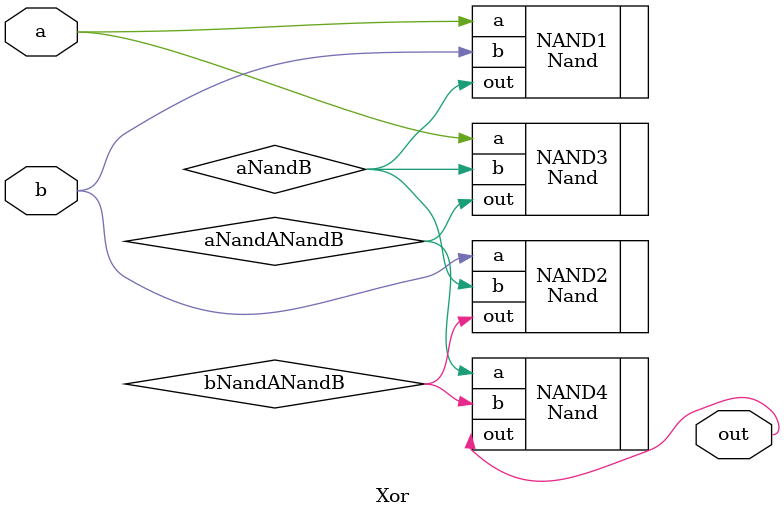
<source format=v>
/**
 * Exclusive-or gate:
 * out = not (a == b)
 */
`default_nettype none  // Disable implicit inputs

module Xor(
    input wire a,
    input wire b,
    output wire out
  );

  // NOTE: XOR can be built from NOT, AND and OR, however, here we will built it
  //       entirely from NAND gates as described on:
  //       https://en.wikipedia.org/wiki/NAND_logic#XOR
  wire aNandB;
  wire bNandANandB;
  wire aNandANandB;

  Nand NAND1(.a(a), .b(b), .out(aNandB));
  Nand NAND2(.a(b), .b(aNandB), .out(bNandANandB));
  Nand NAND3(.a(a), .b(aNandB), .out(aNandANandB));
  Nand NAND4(.a(aNandANandB), .b(bNandANandB), .out(out));

endmodule

</source>
